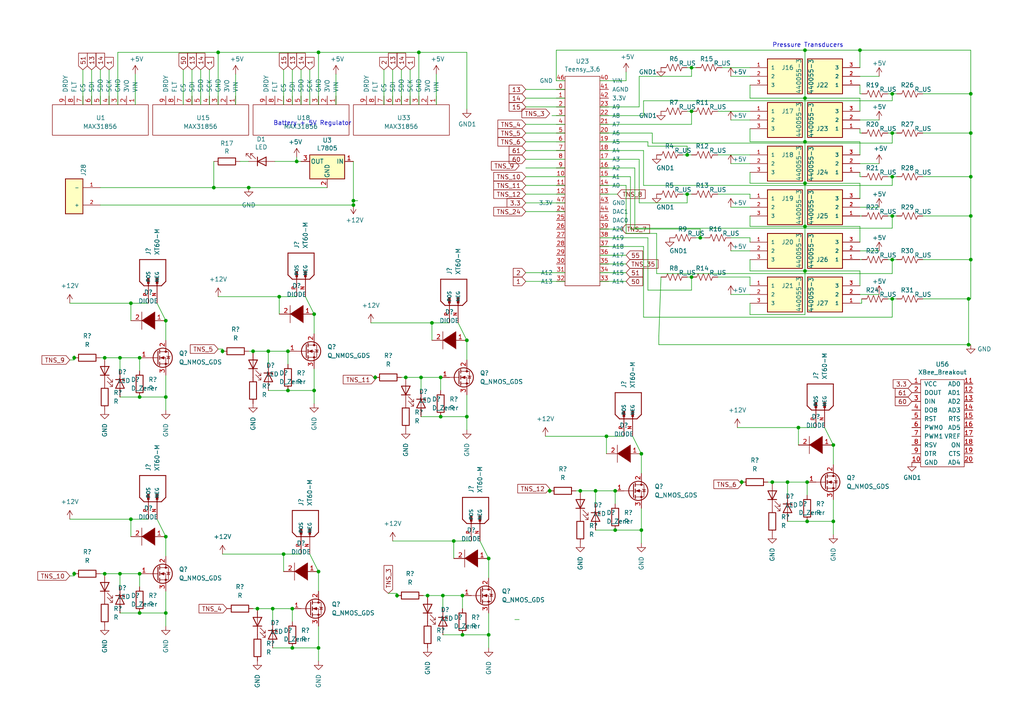
<source format=kicad_sch>
(kicad_sch (version 20211123) (generator eeschema)
  (paper "User" 298.094 210.795)
  (title_block (title "Flight Computer PCB") (date "2023-2-20") (company "Project Caelus") (comment 1 "Author: Oliver Wang"))
  (junction (at 282.575 38.735))
  (junction (at 135.89 99.06))
  (junction (at 234.315 78.867))
  (junction (at 122.555 109.855))
  (junction (at 224.79 140.335))
  (junction (at 203.835 69.215))
  (junction (at 38.1 151.13))
  (junction (at 201.295 32.385))
  (junction (at 242.57 129.54))
  (junction (at 118.11 109.855))
  (junction (at 134.62 173.355))
  (junction (at 40.64 104.14))
  (junction (at 48.26 156.21))
  (junction (at 81.28 86.36))
  (junction (at 259.715 75.565))
  (junction (at 179.07 142.875))
  (junction (at 242.57 151.765))
  (junction (at 92.71 15.24))
  (junction (at 40.64 178.435))
  (junction (at 176.53 127))
  (junction (at 160.02 142.875))
  (junction (at 102.87 59.69))
  (junction (at 234.315 53.34))
  (junction (at 124.46 173.355))
  (junction (at 83.82 102.235))
  (junction (at 62.23 54.61))
  (junction (at 92.71 166.37))
  (junction (at 282.575 75.565))
  (junction (at 142.24 184.785))
  (junction (at 21.59 167.005))
  (junction (at 281.94 100.33))
  (junction (at 83.82 113.665))
  (junction (at 21.59 104.14))
  (junction (at 40.64 167.005))
  (junction (at 91.44 113.665))
  (junction (at 234.315 65.913))
  (junction (at 281.94 86.995))
  (junction (at 186.69 132.08))
  (junction (at 115.57 173.355))
  (junction (at 168.91 142.875))
  (junction (at 38.1 88.265))
  (junction (at 73.66 102.235))
  (junction (at 102.87 58.42))
  (junction (at 48.26 115.57))
  (junction (at 85.09 177.165))
  (junction (at 78.105 102.235))
  (junction (at 135.89 121.285))
  (junction (at 234.315 28.575))
  (junction (at 92.71 188.595))
  (junction (at 109.22 109.855))
  (junction (at 63.5 15.24))
  (junction (at 234.95 140.335))
  (junction (at 282.575 51.435))
  (junction (at 250.317 14.605))
  (junction (at 200.025 56.515))
  (junction (at 259.715 62.865))
  (junction (at 259.715 51.435))
  (junction (at 132.08 157.48))
  (junction (at 259.715 86.995))
  (junction (at 79.375 177.165))
  (junction (at 128.27 121.285))
  (junction (at 72.39 54.61))
  (junction (at 282.575 62.865))
  (junction (at 30.48 167.005))
  (junction (at 142.24 162.56))
  (junction (at 121.92 15.24))
  (junction (at 125.73 93.98))
  (junction (at 85.09 188.595))
  (junction (at 74.93 177.165))
  (junction (at 82.55 161.29))
  (junction (at 86.36 46.99))
  (junction (at 128.27 109.855))
  (junction (at 179.07 154.305))
  (junction (at 91.44 91.44))
  (junction (at 173.355 142.875))
  (junction (at 259.715 38.735))
  (junction (at 201.295 19.685))
  (junction (at 200.025 45.085))
  (junction (at 128.905 173.355))
  (junction (at 229.235 140.335))
  (junction (at 48.26 178.435))
  (junction (at 30.48 104.14))
  (junction (at 34.925 167.005))
  (junction (at 282.575 27.305))
  (junction (at 64.77 102.235))
  (junction (at 48.26 93.345))
  (junction (at 259.715 27.305))
  (junction (at 234.315 14.605))
  (junction (at 232.41 124.46))
  (junction (at 34.925 104.14))
  (junction (at 234.95 151.765))
  (junction (at 186.69 154.305))
  (junction (at 201.295 80.645))
  (junction (at 40.64 115.57))
  (junction (at 215.9 140.335))
  (junction (at 134.62 184.785))
  (junction (at 234.315 41.275))
  (wire (pts (xy 215.9 140.335) (xy 215.9 140.97)))
  (wire (pts (xy 200.025 80.645) (xy 201.295 80.645)))
  (wire (pts (xy 258.445 62.865) (xy 259.715 62.865)))
  (wire (pts (xy 198.755 45.085) (xy 200.025 45.085)))
  (wire (pts (xy 38.1 151.13) (xy 20.32 151.13)))
  (wire (pts (xy 29.21 54.61) (xy 62.23 54.61)))
  (wire (pts (xy 201.295 19.685) (xy 200.025 19.685)))
  (wire (pts (xy 259.715 38.735) (xy 260.985 38.735)))
  (wire (pts (xy 200.025 59.055) (xy 200.025 56.515)))
  (wire (pts (xy 48.26 178.435) (xy 48.26 182.245)))
  (wire (pts (xy 26.67 20.32) (xy 26.67 30.48)))
  (wire (pts (xy 218.313 69.215) (xy 218.313 70.485)))
  (wire (pts (xy 116.84 20.32) (xy 116.84 30.48)))
  (wire (pts (xy 187.325 53.975) (xy 259.715 53.975)))
  (wire (pts (xy 153.035 26.035) (xy 164.465 26.035)))
  (wire (pts (xy 259.715 29.337) (xy 259.715 27.305)))
  (wire (pts (xy 29.21 104.14) (xy 30.48 104.14)))
  (wire (pts (xy 102.87 58.42) (xy 102.87 59.69)))
  (wire (pts (xy 259.715 75.565) (xy 260.985 75.565)))
  (wire (pts (xy 182.245 53.975) (xy 174.625 53.975)))
  (wire (pts (xy 82.55 20.32) (xy 82.55 30.48)))
  (wire (pts (xy 191.77 100.33) (xy 281.94 100.33)))
  (wire (pts (xy 123.19 173.355) (xy 124.46 173.355)))
  (wire (pts (xy 234.315 78.867) (xy 250.317 78.867)))
  (wire (pts (xy 234.315 28.575) (xy 218.313 28.575)))
  (wire (pts (xy 191.135 79.629) (xy 259.715 79.629)))
  (wire (pts (xy 160.655 33.655) (xy 164.465 33.655)))
  (wire (pts (xy 153.035 81.915) (xy 164.465 81.915)))
  (wire (pts (xy 187.325 29.337) (xy 187.325 33.655)))
  (wire (pts (xy 62.23 46.99) (xy 62.23 54.61)))
  (wire (pts (xy 268.605 38.735) (xy 282.575 38.735)))
  (wire (pts (xy 78.105 113.665) (xy 83.82 113.665)))
  (wire (pts (xy 186.055 22.225) (xy 186.055 31.115)))
  (wire (pts (xy 201.295 22.225) (xy 186.055 22.225)))
  (wire (pts (xy 115.57 173.355) (xy 115.57 173.99)))
  (wire (pts (xy 208.915 32.385) (xy 218.313 32.385)))
  (wire (pts (xy 282.575 51.435) (xy 282.575 62.865)))
  (wire (pts (xy 53.34 20.32) (xy 53.34 30.48)))
  (wire (pts (xy 29.21 59.69) (xy 102.87 59.69)))
  (wire (pts (xy 122.555 121.285) (xy 128.27 121.285)))
  (wire (pts (xy 48.26 99.06) (xy 48.26 93.345)))
  (wire (pts (xy 184.785 48.895) (xy 184.785 66.421)))
  (wire (pts (xy 188.595 69.215) (xy 188.595 84.455)))
  (wire (pts (xy 200.025 45.085) (xy 201.295 45.085)))
  (wire (pts (xy 164.465 56.515) (xy 153.035 56.515)))
  (wire (pts (xy 164.465 36.195) (xy 153.035 36.195)))
  (wire (pts (xy 201.295 32.385) (xy 201.295 36.195)))
  (wire (pts (xy 73.66 177.165) (xy 74.93 177.165)))
  (wire (pts (xy 218.313 80.645) (xy 218.313 83.185)))
  (wire (pts (xy 20.32 167.64) (xy 21.59 167.64)))
  (wire (pts (xy 92.71 30.48) (xy 92.71 15.24)))
  (wire (pts (xy 81.28 86.36) (xy 63.5 86.36)))
  (wire (pts (xy 174.625 36.195) (xy 201.295 36.195)))
  (wire (pts (xy 63.5 30.48) (xy 63.5 15.24)))
  (wire (pts (xy 179.07 154.305) (xy 186.69 154.305)))
  (wire (pts (xy 258.445 51.435) (xy 259.715 51.435)))
  (wire (pts (xy 135.89 114.935) (xy 135.89 121.285)))
  (wire (pts (xy 250.317 70.485) (xy 250.317 65.913)))
  (wire (pts (xy 119.38 20.32) (xy 119.38 30.48)))
  (wire (pts (xy 259.715 66.421) (xy 184.785 66.421)))
  (wire (pts (xy 79.375 188.595) (xy 85.09 188.595)))
  (wire (pts (xy 234.315 41.275) (xy 234.315 53.34)))
  (wire (pts (xy 167.64 142.875) (xy 168.91 142.875)))
  (wire (pts (xy 268.605 86.995) (xy 281.94 86.995)))
  (wire (pts (xy 153.035 48.895) (xy 164.465 48.895)))
  (wire (pts (xy 21.59 103.505) (xy 21.59 104.14)))
  (wire (pts (xy 259.715 86.995) (xy 259.715 92.329)))
  (wire (pts (xy 173.355 142.875) (xy 179.07 142.875)))
  (wire (pts (xy 255.905 73.025) (xy 250.317 73.025)))
  (wire (pts (xy 135.89 15.24) (xy 135.89 31.75)))
  (wire (pts (xy 186.055 31.115) (xy 174.625 31.115)))
  (wire (pts (xy 128.905 184.785) (xy 134.62 184.785)))
  (wire (pts (xy 223.52 140.335) (xy 224.79 140.335)))
  (wire (pts (xy 174.625 23.495) (xy 182.245 23.495)))
  (wire (pts (xy 189.865 38.735) (xy 174.625 38.735)))
  (wire (pts (xy 132.08 157.48) (xy 132.08 162.56)))
  (wire (pts (xy 142.24 168.275) (xy 142.24 162.56)))
  (wire (pts (xy 186.69 154.305) (xy 186.69 158.115)))
  (wire (pts (xy 87.63 46.99) (xy 86.36 46.99)))
  (wire (pts (xy 212.725 73.025) (xy 218.313 73.025)))
  (wire (pts (xy 182.245 67.945) (xy 182.245 53.975)))
  (wire (pts (xy 234.95 151.765) (xy 242.57 151.765)))
  (wire (pts (xy 191.135 67.945) (xy 191.135 79.629)))
  (wire (pts (xy 187.325 29.337) (xy 259.715 29.337)))
  (wire (pts (xy 34.925 104.14) (xy 34.925 107.95)))
  (wire (pts (xy 250.825 86.995) (xy 250.825 88.265)))
  (wire (pts (xy 153.035 31.115) (xy 164.465 31.115)))
  (wire (pts (xy 92.71 172.085) (xy 92.71 166.37)))
  (wire (pts (xy 81.28 86.36) (xy 81.28 91.44)))
  (wire (pts (xy 229.235 140.335) (xy 234.95 140.335)))
  (wire (pts (xy 153.035 28.575) (xy 164.465 28.575)))
  (wire (pts (xy 85.09 177.165) (xy 85.09 180.975)))
  (wire (pts (xy 179.07 142.875) (xy 179.07 146.685)))
  (wire (pts (xy 183.515 66.675) (xy 183.515 51.435)))
  (wire (pts (xy 72.39 46.99) (xy 69.85 46.99)))
  (wire (pts (xy 85.09 20.32) (xy 85.09 30.48)))
  (wire (pts (xy 188.595 84.455) (xy 201.295 84.455)))
  (wire (pts (xy 182.245 79.375) (xy 174.625 79.375)))
  (wire (pts (xy 161.925 23.495) (xy 161.925 14.605)))
  (wire (pts (xy 182.245 67.945) (xy 191.135 67.945)))
  (wire (pts (xy 92.71 166.37) (xy 90.17 161.29)))
  (wire (pts (xy 128.27 109.855) (xy 128.27 113.665)))
  (wire (pts (xy 153.035 53.975) (xy 164.465 53.975)))
  (wire (pts (xy 121.92 30.48) (xy 121.92 15.24)))
  (wire (pts (xy 48.26 156.21) (xy 45.72 151.13)))
  (wire (pts (xy 109.22 109.22) (xy 109.22 109.855)))
  (wire (pts (xy 250.317 19.685) (xy 250.317 14.605)))
  (wire (pts (xy 34.925 167.005) (xy 34.925 170.815)))
  (wire (pts (xy 80.01 46.99) (xy 86.36 46.99)))
  (wire (pts (xy 186.69 137.795) (xy 186.69 132.08)))
  (wire (pts (xy 30.48 167.005) (xy 34.925 167.005)))
  (wire (pts (xy 142.24 162.56) (xy 139.7 157.48)))
  (wire (pts (xy 202.565 19.685) (xy 201.295 19.685)))
  (wire (pts (xy 132.08 157.48) (xy 114.3 157.48)))
  (wire (pts (xy 63.5 101.6) (xy 64.77 101.6)))
  (wire (pts (xy 68.58 21.59) (xy 68.58 30.48)))
  (wire (pts (xy 113.03 172.72) (xy 115.57 172.72)))
  (wire (pts (xy 234.315 14.605) (xy 250.317 14.605)))
  (wire (pts (xy 212.725 47.625) (xy 218.313 47.625)))
  (wire (pts (xy 250.317 38.735) (xy 250.825 38.735)))
  (wire (pts (xy 242.57 129.54) (xy 240.03 124.46)))
  (wire (pts (xy 188.595 69.215) (xy 174.625 69.215)))
  (wire (pts (xy 128.27 121.285) (xy 135.89 121.285)))
  (wire (pts (xy 218.313 65.913) (xy 234.315 65.913)))
  (wire (pts (xy 79.375 177.165) (xy 85.09 177.165)))
  (wire (pts (xy 29.21 20.32) (xy 29.21 30.48)))
  (wire (pts (xy 259.715 51.435) (xy 260.985 51.435)))
  (wire (pts (xy 118.11 109.855) (xy 122.555 109.855)))
  (wire (pts (xy 24.13 20.32) (xy 24.13 30.48)))
  (wire (pts (xy 78.105 102.235) (xy 83.82 102.235)))
  (wire (pts (xy 250.317 75.565) (xy 250.825 75.565)))
  (wire (pts (xy 250.317 51.435) (xy 250.825 51.435)))
  (wire (pts (xy 242.57 145.415) (xy 242.57 151.765)))
  (wire (pts (xy 212.725 85.725) (xy 218.313 85.725)))
  (wire (pts (xy 55.88 20.32) (xy 55.88 30.48)))
  (wire (pts (xy 121.92 15.24) (xy 135.89 15.24)))
  (wire (pts (xy 40.64 178.435) (xy 48.26 178.435)))
  (wire (pts (xy 74.93 177.165) (xy 79.375 177.165)))
  (wire (pts (xy 250.317 85.725) (xy 255.905 85.725)))
  (wire (pts (xy 60.96 20.32) (xy 60.96 30.48)))
  (wire (pts (xy 43.18 151.13) (xy 38.1 151.13)))
  (wire (pts (xy 142.24 178.435) (xy 142.24 184.785)))
  (wire (pts (xy 234.315 41.275) (xy 250.317 41.275)))
  (wire (pts (xy 215.9 139.7) (xy 215.9 140.335)))
  (wire (pts (xy 201.295 56.515) (xy 200.025 56.515)))
  (wire (pts (xy 134.62 184.785) (xy 142.24 184.785)))
  (wire (pts (xy 250.317 27.305) (xy 250.825 27.305)))
  (wire (pts (xy 208.915 80.645) (xy 218.313 80.645)))
  (wire (pts (xy 237.49 124.46) (xy 232.41 124.46)))
  (wire (pts (xy 186.69 132.08) (xy 184.15 127)))
  (wire (pts (xy 72.39 54.61) (xy 95.25 54.61)))
  (wire (pts (xy 208.915 56.515) (xy 218.313 56.515)))
  (wire (pts (xy 86.36 45.72) (xy 86.36 46.99)))
  (wire (pts (xy 182.245 76.835) (xy 174.625 76.835)))
  (wire (pts (xy 153.035 61.595) (xy 164.465 61.595)))
  (wire (pts (xy 259.715 86.995) (xy 260.985 86.995)))
  (wire (pts (xy 187.325 43.815) (xy 174.625 43.815)))
  (wire (pts (xy 58.42 20.32) (xy 58.42 30.48)))
  (wire (pts (xy 186.055 46.355) (xy 174.625 46.355)))
  (wire (pts (xy 122.555 109.855) (xy 122.555 113.665)))
  (wire (pts (xy 63.5 15.24) (xy 92.71 15.24)))
  (wire (pts (xy 268.605 51.435) (xy 282.575 51.435)))
  (wire (pts (xy 234.315 65.913) (xy 234.315 78.867)))
  (wire (pts (xy 259.715 62.865) (xy 259.715 66.421)))
  (wire (pts (xy 92.71 182.245) (xy 92.71 188.595)))
  (wire (pts (xy 186.055 59.055) (xy 200.025 59.055)))
  (wire (pts (xy 48.26 172.085) (xy 48.26 178.435)))
  (wire (pts (xy 40.64 104.14) (xy 40.64 107.95)))
  (wire (pts (xy 187.325 71.755) (xy 174.625 71.755)))
  (wire (pts (xy 250.317 41.275) (xy 250.317 45.085)))
  (wire (pts (xy 48.26 93.345) (xy 45.72 88.265)))
  (wire (pts (xy 125.73 93.98) (xy 107.95 93.98)))
  (wire (pts (xy 102.87 46.99) (xy 102.87 58.42)))
  (wire (pts (xy 250.317 28.575) (xy 250.317 32.385)))
  (wire (pts (xy 242.57 135.255) (xy 242.57 129.54)))
  (wire (pts (xy 250.317 37.465) (xy 250.317 38.735)))
  (wire (pts (xy 200.025 45.085) (xy 200.025 42.545)))
  (wire (pts (xy 282.575 62.865) (xy 282.575 75.565)))
  (wire (pts (xy 72.39 102.235) (xy 73.66 102.235)))
  (wire (pts (xy 38.1 151.13) (xy 38.1 156.21)))
  (wire (pts (xy 218.313 53.34) (xy 234.315 53.34)))
  (wire (pts (xy 48.26 109.22) (xy 48.26 115.57)))
  (wire (pts (xy 242.57 151.765) (xy 242.57 155.575)))
  (wire (pts (xy 191.77 97.79) (xy 191.77 100.33)))
  (wire (pts (xy 142.24 184.785) (xy 142.24 188.595)))
  (wire (pts (xy 250.317 34.925) (xy 255.905 34.925)))
  (wire (pts (xy 200.025 42.545) (xy 188.595 42.545)))
  (wire (pts (xy 168.91 142.875) (xy 173.355 142.875)))
  (wire (pts (xy 258.445 86.995) (xy 259.715 86.995)))
  (wire (pts (xy 39.37 21.59) (xy 39.37 30.48)))
  (wire (pts (xy 21.59 167.005) (xy 21.59 167.64)))
  (wire (pts (xy 135.89 99.06) (xy 133.35 93.98)))
  (wire (pts (xy 161.925 14.605) (xy 234.315 14.605)))
  (wire (pts (xy 218.313 53.34) (xy 218.313 50.165)))
  (wire (pts (xy 164.465 23.495) (xy 161.925 23.495)))
  (wire (pts (xy 201.295 84.455) (xy 201.295 80.645)))
  (wire (pts (xy 164.465 46.355) (xy 153.035 46.355)))
  (wire (pts (xy 218.313 45.085) (xy 208.915 45.085)))
  (wire (pts (xy 63.5 15.24) (xy 34.29 15.24)))
  (wire (pts (xy 218.313 28.575) (xy 218.313 24.765)))
  (wire (pts (xy 218.313 91.567) (xy 234.315 91.567)))
  (wire (pts (xy 258.445 75.565) (xy 259.715 75.565)))
  (wire (pts (xy 268.605 27.305) (xy 282.575 27.305)))
  (wire (pts (xy 78.105 102.235) (xy 78.105 106.045)))
  (wire (pts (xy 281.94 86.995) (xy 282.575 86.995)))
  (wire (pts (xy 125.73 93.98) (xy 125.73 99.06)))
  (wire (pts (xy 229.235 151.765) (xy 234.95 151.765)))
  (wire (pts (xy 97.79 21.59) (xy 97.79 30.48)))
  (wire (pts (xy 234.315 53.34) (xy 250.317 53.34)))
  (wire (pts (xy 64.77 102.87) (xy 64.77 102.235)))
  (wire (pts (xy 180.975 66.675) (xy 174.625 66.675)))
  (wire (pts (xy 86.36 86.36) (xy 81.28 86.36)))
  (wire (pts (xy 187.325 53.975) (xy 187.325 43.815)))
  (wire (pts (xy 153.035 79.375) (xy 164.465 79.375)))
  (wire (pts (xy 38.1 88.265) (xy 20.32 88.265)))
  (wire (pts (xy 234.315 41.275) (xy 218.313 41.275)))
  (wire (pts (xy 176.53 127) (xy 158.75 127)))
  (wire (pts (xy 91.44 91.44) (xy 88.9 86.36)))
  (wire (pts (xy 200.025 56.515) (xy 198.755 56.515)))
  (wire (pts (xy 234.315 28.575) (xy 250.317 28.575)))
  (wire (pts (xy 268.605 62.865) (xy 282.575 62.865)))
  (wire (pts (xy 43.18 88.265) (xy 38.1 88.265)))
  (wire (pts (xy 232.41 124.46) (xy 214.63 124.46)))
  (wire (pts (xy 182.245 74.295) (xy 174.625 74.295)))
  (wire (pts (xy 164.465 59.055) (xy 153.035 59.055)))
  (wire (pts (xy 91.44 113.665) (xy 91.44 117.475)))
  (wire (pts (xy 258.445 27.305) (xy 259.715 27.305)))
  (wire (pts (xy 218.313 60.325) (xy 212.725 60.325)))
  (wire (pts (xy 34.925 167.005) (xy 40.64 167.005)))
  (wire (pts (xy 115.57 172.72) (xy 115.57 173.355)))
  (wire (pts (xy 234.315 28.575) (xy 234.315 41.275)))
  (wire (pts (xy 281.94 100.33) (xy 282.575 100.33)))
  (wire (pts (xy 255.905 47.625) (xy 250.317 47.625)))
  (wire (pts (xy 184.785 48.895) (xy 174.625 48.895)))
  (wire (pts (xy 135.89 121.285) (xy 135.89 125.095)))
  (wire (pts (xy 176.53 127) (xy 176.53 132.08)))
  (wire (pts (xy 282.575 27.305) (xy 282.575 38.735)))
  (wire (pts (xy 250.317 50.165) (xy 250.317 51.435)))
  (wire (pts (xy 21.59 166.37) (xy 21.59 167.005)))
  (wire (pts (xy 116.84 109.855) (xy 118.11 109.855)))
  (wire (pts (xy 40.64 115.57) (xy 48.26 115.57)))
  (wire (pts (xy 64.77 102.235) (xy 64.77 101.6)))
  (wire (pts (xy 87.63 161.29) (xy 82.55 161.29)))
  (wire (pts (xy 259.715 38.735) (xy 259.715 41.656)))
  (wire (pts (xy 137.16 157.48) (xy 132.08 157.48)))
  (wire (pts (xy 73.66 102.235) (xy 78.105 102.235)))
  (wire (pts (xy 186.69 147.955) (xy 186.69 154.305)))
  (wire (pts (xy 188.595 42.545) (xy 188.595 41.275)))
  (wire (pts (xy 234.315 78.867) (xy 234.315 91.567)))
  (wire (pts (xy 34.925 104.14) (xy 40.64 104.14)))
  (wire (pts (xy 134.62 173.355) (xy 134.62 177.165)))
  (wire (pts (xy 151.13 180.34) (xy 149.86 180.34)))
  (wire (pts (xy 201.295 19.685) (xy 201.295 22.225)))
  (wire (pts (xy 234.315 14.605) (xy 234.315 28.575)))
  (wire (pts (xy 82.55 161.29) (xy 64.77 161.29)))
  (wire (pts (xy 114.3 20.32) (xy 114.3 30.48)))
  (wire (pts (xy 259.715 53.975) (xy 259.715 51.435)))
  (wire (pts (xy 212.725 34.925) (xy 218.313 34.925)))
  (wire (pts (xy 218.313 78.867) (xy 234.315 78.867)))
  (wire (pts (xy 232.41 124.46) (xy 232.41 129.54)))
  (wire (pts (xy 179.705 56.515) (xy 174.625 56.515)))
  (wire (pts (xy 234.315 65.913) (xy 250.317 65.913)))
  (wire (pts (xy 250.317 14.605) (xy 282.575 14.605)))
  (wire (pts (xy 48.26 115.57) (xy 48.26 119.38)))
  (wire (pts (xy 128.905 173.355) (xy 128.905 177.165)))
  (wire (pts (xy 250.317 53.34) (xy 250.317 57.785)))
  (wire (pts (xy 38.1 88.265) (xy 38.1 93.345)))
  (wire (pts (xy 250.825 88.265) (xy 250.317 88.265)))
  (wire (pts (xy 250.317 22.225) (xy 255.905 22.225)))
  (wire (pts (xy 203.835 66.675) (xy 183.515 66.675)))
  (wire (pts (xy 83.82 113.665) (xy 91.44 113.665)))
  (wire (pts (xy 109.22 109.855) (xy 109.22 110.49)))
  (wire (pts (xy 218.313 78.867) (xy 218.313 75.565)))
  (wire (pts (xy 122.555 109.855) (xy 128.27 109.855)))
  (wire (pts (xy 173.355 142.875) (xy 173.355 146.685)))
  (wire (pts (xy 21.59 104.14) (xy 21.59 104.775)))
  (wire (pts (xy 85.09 188.595) (xy 92.71 188.595)))
  (wire (pts (xy 111.76 20.32) (xy 111.76 30.48)))
  (wire (pts (xy 218.313 56.515) (xy 218.313 57.785)))
  (wire (pts (xy 29.21 167.005) (xy 30.48 167.005)))
  (wire (pts (xy 92.71 15.24) (xy 121.92 15.24)))
  (wire (pts (xy 234.95 140.335) (xy 234.95 144.145)))
  (wire (pts (xy 181.61 127) (xy 176.53 127)))
  (wire (pts (xy 83.82 102.235) (xy 83.82 106.045)))
  (wire (pts (xy 203.835 69.215) (xy 205.105 69.215)))
  (wire (pts (xy 135.89 104.775) (xy 135.89 99.06)))
  (wire (pts (xy 255.905 60.325) (xy 250.317 60.325)))
  (wire (pts (xy 160.02 142.875) (xy 160.02 143.51)))
  (wire (pts (xy 183.515 51.435) (xy 174.625 51.435)))
  (wire (pts (xy 34.29 15.24) (xy 34.29 30.48)))
  (wire (pts (xy 282.575 14.605) (xy 282.575 27.305)))
  (wire (pts (xy 218.313 19.685) (xy 210.185 19.685)))
  (wire (pts (xy 62.23 54.61) (xy 72.39 54.61)))
  (wire (pts (xy 182.245 23.495) (xy 182.245 20.955)))
  (wire (pts (xy 282.575 38.735) (xy 282.575 51.435)))
  (wire (pts (xy 182.245 81.915) (xy 174.625 81.915)))
  (wire (pts (xy 218.313 65.913) (xy 218.313 62.865)))
  (wire (pts (xy 92.71 188.595) (xy 92.71 192.405)))
  (wire (pts (xy 188.595 41.275) (xy 174.625 41.275)))
  (wire (pts (xy 173.355 154.305) (xy 179.07 154.305)))
  (wire (pts (xy 282.575 75.565) (xy 282.575 86.995)))
  (wire (pts (xy 259.715 27.305) (xy 260.985 27.305)))
  (wire (pts (xy 130.81 93.98) (xy 125.73 93.98)))
  (wire (pts (xy 164.465 41.275) (xy 153.035 41.275)))
  (wire (pts (xy 187.325 71.755) (xy 187.325 92.329)))
  (wire (pts (xy 229.235 140.335) (xy 229.235 144.145)))
  (wire (pts (xy 124.46 173.355) (xy 128.905 173.355)))
  (wire (pts (xy 20.32 104.775) (xy 21.59 104.775)))
  (wire (pts (xy 79.375 177.165) (xy 79.375 180.975)))
  (wire (pts (xy 160.02 142.24) (xy 160.02 142.875)))
  (wire (pts (xy 259.715 75.565) (xy 259.715 79.629)))
  (wire (pts (xy 202.565 69.215) (xy 203.835 69.215)))
  (wire (pts (xy 212.725 69.215) (xy 218.313 69.215)))
  (wire (pts (xy 82.55 161.29) (xy 82.55 166.37)))
  (wire (pts (xy 224.79 140.335) (xy 229.235 140.335)))
  (wire (pts (xy 31.75 20.32) (xy 31.75 30.48)))
  (wire (pts (xy 258.445 38.735) (xy 259.715 38.735)))
  (wire (pts (xy 191.77 97.79) (xy 192.405 80.645)))
  (wire (pts (xy 91.44 97.155) (xy 91.44 91.44)))
  (wire (pts (xy 104.14 58.42) (xy 102.87 58.42)))
  (wire (pts (xy 212.725 22.225) (xy 218.313 22.225)))
  (wire (pts (xy 250.317 62.865) (xy 250.825 62.865)))
  (wire (pts (xy 164.465 51.435) (xy 153.035 51.435)))
  (wire (pts (xy 259.715 62.865) (xy 260.985 62.865)))
  (wire (pts (xy 186.055 46.355) (xy 186.055 59.055)))
  (wire (pts (xy 250.317 78.867) (xy 250.317 83.185)))
  (wire (pts (xy 234.315 53.34) (xy 234.315 65.913)))
  (wire (pts (xy 189.865 41.656) (xy 259.715 41.656)))
  (wire (pts (xy 203.835 69.215) (xy 203.835 66.675)))
  (wire (pts (xy 281.94 86.995) (xy 281.94 100.33)))
  (wire (pts (xy 128.905 173.355) (xy 134.62 173.355)))
  (wire (pts (xy 34.925 115.57) (xy 40.64 115.57)))
  (wire (pts (xy 189.865 38.735) (xy 189.865 41.656)))
  (wire (pts (xy 30.48 104.14) (xy 34.925 104.14)))
  (wire (pts (xy 91.44 107.315) (xy 91.44 113.665)))
  (wire (pts (xy 187.325 33.655) (xy 174.625 33.655)))
  (wire (pts (xy 48.26 161.925) (xy 48.26 156.21)))
  (wire (pts (xy 90.17 20.32) (xy 90.17 30.48)))
  (wire (pts (xy 40.64 167.005) (xy 40.64 170.815)))
  (wire (pts (xy 201.295 32.385) (xy 200.025 32.385)))
  (wire (pts (xy 218.313 91.567) (xy 218.313 88.265)))
  (wire (pts (xy 218.313 41.275) (xy 218.313 37.465)))
  (wire (pts (xy 268.605 75.565) (xy 282.575 75.565)))
  (wire (pts (xy 153.035 38.735) (xy 164.465 38.735)))
  (wire (pts (xy 153.035 43.815) (xy 164.465 43.815)))
  (wire (pts (xy 187.325 92.329) (xy 259.715 92.329)))
  (wire (pts (xy 250.317 24.765) (xy 250.317 27.305)))
  (wire (pts (xy 127 21.59) (xy 127 30.48)))
  (wire (pts (xy 34.925 178.435) (xy 40.64 178.435)))
  (wire (pts (xy 87.63 20.32) (xy 87.63 30.48)))
  (text "Battery + 5V Regulator" (at 102.362 36.703 180) (effects (font (size 1.27 1.27)) (justify right bottom)))
  (text "Pressure Transducers" (at 224.79 13.97 0) (effects (font (size 1.27 1.27)) (justify left bottom)))
  (global_label "50" (shape input) (at 182.245 81.915 0) (property "Intersheet References" "${INTERSHEET_REFS}" (effects hide)))
  (global_label "14" (shape input) (at 153.035 28.575 180) (property "Intersheet References" "${INTERSHEET_REFS}" (effects hide)))
  (global_label "TNS_10" (shape input) (at 153.035 51.435 180) (property "Intersheet References" "${INTERSHEET_REFS}" (effects hide)))
  (global_label "1" (shape input) (at 60.96 20.32 90) (property "Intersheet References" "${INTERSHEET_REFS}" (effects hide)))
  (global_label "TNS_9" (shape input) (at 20.32 104.775 180) (property "Intersheet References" "${INTERSHEET_REFS}" (effects hide)))
  (global_label "1" (shape input) (at 90.17 20.32 90) (property "Intersheet References" "${INTERSHEET_REFS}" (effects hide)))
  (global_label "14" (shape input) (at 87.63 20.32 90) (property "Intersheet References" "${INTERSHEET_REFS}" (effects hide)))
  (global_label "14" (shape input) (at 29.21 20.32 90) (property "Intersheet References" "${INTERSHEET_REFS}" (effects hide)))
  (global_label "TNS_4" (shape input) (at 153.035 36.195 180) (property "Intersheet References" "${INTERSHEET_REFS}" (effects hide)))
  (global_label "15" (shape input) (at 153.035 31.115 180) (property "Intersheet References" "${INTERSHEET_REFS}" (effects hide)))
  (global_label "TNS_5" (shape input) (at 63.5 101.6 180) (property "Intersheet References" "${INTERSHEET_REFS}" (effects hide)))
  (global_label "1" (shape input) (at 119.38 20.32 90) (property "Intersheet References" "${INTERSHEET_REFS}" (effects hide)))
  (global_label "13" (shape input) (at 85.09 20.32 90) (property "Intersheet References" "${INTERSHEET_REFS}" (effects hide)))
  (global_label "50" (shape input) (at 53.34 20.32 90) (property "Intersheet References" "${INTERSHEET_REFS}" (effects hide)))
  (global_label "TNS_7" (shape input) (at 180.975 66.675 0) (property "Intersheet References" "${INTERSHEET_REFS}" (effects hide)))
  (global_label "61" (shape input) (at 153.035 43.815 180) (property "Intersheet References" "${INTERSHEET_REFS}" (effects hide)))
  (global_label "TNS_12" (shape input) (at 160.02 142.24 180) (property "Intersheet References" "${INTERSHEET_REFS}" (effects hide)))
  (global_label "13" (shape input) (at 153.035 26.035 180) (property "Intersheet References" "${INTERSHEET_REFS}" (effects hide)))
  (global_label "60" (shape input) (at 265.43 116.84 180) (property "Intersheet References" "${INTERSHEET_REFS}" (effects hide)))
  (global_label "3.3" (shape input) (at 265.43 111.76 180) (property "Intersheet References" "${INTERSHEET_REFS}" (effects hide)))
  (global_label "TNS_9" (shape input) (at 151.13 48.26 180) (property "Intersheet References" "${INTERSHEET_REFS}" (effects hide)))
  (global_label "13" (shape input) (at 114.3 20.32 90) (property "Intersheet References" "${INTERSHEET_REFS}" (effects hide)))
  (global_label "14" (shape input) (at 116.84 20.32 90) (property "Intersheet References" "${INTERSHEET_REFS}" (effects hide)))
  (global_label "1" (shape input) (at 31.75 20.32 90) (property "Intersheet References" "${INTERSHEET_REFS}" (effects hide)))
  (global_label "TNS_5" (shape input) (at 153.035 38.735 180) (property "Intersheet References" "${INTERSHEET_REFS}" (effects hide)))
  (global_label "TNS_3" (shape input) (at 160.02 33.02 180) (property "Intersheet References" "${INTERSHEET_REFS}" (effects hide)))
  (global_label "TNS_8" (shape input) (at 179.705 56.515 0) (property "Intersheet References" "${INTERSHEET_REFS}" (effects hide)))
  (global_label "3.3" (shape input) (at 153.035 59.055 180) (property "Intersheet References" "${INTERSHEET_REFS}" (effects hide)))
  (global_label "TNS_10" (shape input) (at 20.32 167.64 180) (property "Intersheet References" "${INTERSHEET_REFS}" (effects hide)))
  (global_label "61" (shape input) (at 265.43 114.3 180) (property "Intersheet References" "${INTERSHEET_REFS}" (effects hide)))
  (global_label "55" (shape input) (at 182.245 74.295 0) (property "Intersheet References" "${INTERSHEET_REFS}" (effects hide)))
  (global_label "51" (shape input) (at 24.13 20.32 90) (property "Intersheet References" "${INTERSHEET_REFS}" (effects hide)))
  (global_label "2" (shape input) (at 111.76 20.32 90) (property "Intersheet References" "${INTERSHEET_REFS}" (effects hide)))
  (global_label "1" (shape input) (at 153.035 81.915 180) (property "Intersheet References" "${INTERSHEET_REFS}" (effects hide)))
  (global_label "TNS_3" (shape input) (at 113.03 172.72 90) (property "Intersheet References" "${INTERSHEET_REFS}" (effects hide)))
  (global_label "14" (shape input) (at 58.42 20.32 90) (property "Intersheet References" "${INTERSHEET_REFS}" (effects hide)))
  (global_label "60" (shape input) (at 153.035 46.355 180) (property "Intersheet References" "${INTERSHEET_REFS}" (effects hide)))
  (global_label "15" (shape input) (at 82.55 20.32 90) (property "Intersheet References" "${INTERSHEET_REFS}" (effects hide)))
  (global_label "13" (shape input) (at 26.67 20.32 90) (property "Intersheet References" "${INTERSHEET_REFS}" (effects hide)))
  (global_label "TNS_24" (shape input) (at 153.035 61.595 180) (property "Intersheet References" "${INTERSHEET_REFS}" (effects hide)))
  (global_label "TNS_12" (shape input) (at 153.035 56.515 180) (property "Intersheet References" "${INTERSHEET_REFS}" (effects hide)))
  (global_label "TNS_11" (shape input) (at 153.035 53.975 180) (property "Intersheet References" "${INTERSHEET_REFS}" (effects hide)))
  (global_label "2" (shape input) (at 153.035 79.375 180) (property "Intersheet References" "${INTERSHEET_REFS}" (effects hide)))
  (global_label "TNS_6" (shape input) (at 153.035 41.275 180) (property "Intersheet References" "${INTERSHEET_REFS}" (effects hide)))
  (global_label "TNS_35" (shape input) (at 182.245 76.835 0) (property "Intersheet References" "${INTERSHEET_REFS}" (effects hide)))
  (global_label "TNS_11" (shape input) (at 109.22 110.49 180) (property "Intersheet References" "${INTERSHEET_REFS}" (effects hide)))
  (global_label "TNS_4" (shape input) (at 66.04 177.165 180) (property "Intersheet References" "${INTERSHEET_REFS}" (effects hide)))
  (global_label "13" (shape input) (at 55.88 20.32 90) (property "Intersheet References" "${INTERSHEET_REFS}" (effects hide)))
  (global_label "51" (shape input) (at 182.245 79.375 0) (property "Intersheet References" "${INTERSHEET_REFS}" (effects hide)))
  (global_label "TNS_6" (shape input) (at 215.9 140.97 180) (property "Intersheet References" "${INTERSHEET_REFS}" (effects hide)))
  (symbol (lib_id "CaelusPCB-rescue:L7805-Regulator_Linear-CaelusPCB-rescue-CaelusPCB-rescue-CaelusPCB-rescue") (at 95.25 46.99 0) (mirror y) (unit 1)
    (property "Reference" "U3" (at 95.25 40.8432 0))
    (property "Value" "L7805" (at 95.25 43.1546 0))
    (property "Footprint" "Package_TO_SOT_THT:TO-220-3_Horizontal_TabDown" (effects hide))
    (property "Datasheet" "http://www.st.com/content/ccc/resource/technical/document/datasheet/41/4f/b3/b0/12/d4/47/88/CD00000444.pdf/files/CD00000444.pdf/jcr:content/translations/en.CD00000444.pdf" (effects hide))
  )
  (symbol (lib_id "CaelusPCB-rescue:+5V-power-CaelusPCB-rescue-CaelusPCB-rescue-CaelusPCB-rescue") (at 86.36 45.72 0) (mirror y) (unit 1)
    (property "Reference" "#PWR012" (effects hide))
    (property "Value" "+5V" (at 85.979 41.3258 0))
  )
  (symbol (lib_id "CaelusPCB-rescue:+5V-power-CaelusPCB-rescue-CaelusPCB-rescue-CaelusPCB-rescue") (at 182.245 20.955 0) (unit 1)
    (property "Reference" "#PWR027" (effects hide))
    (property "Value" "+5V" (at 182.626 16.5608 0))
  )
  (symbol (lib_id "CaelusPCB-rescue:+5V-power-CaelusPCB-rescue-CaelusPCB-rescue-CaelusPCB-rescue") (at 212.725 22.225 0) (unit 1)
    (property "Reference" "#PWR030" (effects hide))
    (property "Value" "+5V" (at 215.265 20.955 0))
  )
  (symbol (lib_id "CaelusPCB-rescue:+5V-power-CaelusPCB-rescue-CaelusPCB-rescue-CaelusPCB-rescue") (at 255.905 22.225 0) (unit 1)
    (property "Reference" "#PWR042" (effects hide))
    (property "Value" "+5V" (at 255.905 18.415 0))
  )
  (symbol (lib_id "CaelusPCB-rescue:+5V-power-CaelusPCB-rescue-CaelusPCB-rescue-CaelusPCB-rescue") (at 255.905 34.925 0) (unit 1)
    (property "Reference" "#PWR043" (effects hide))
    (property "Value" "+5V" (at 255.905 31.115 0))
  )
  (symbol (lib_id "CaelusPCB-rescue:+5V-power-CaelusPCB-rescue-CaelusPCB-rescue-CaelusPCB-rescue") (at 212.725 34.925 0) (unit 1)
    (property "Reference" "#PWR031" (effects hide))
    (property "Value" "+5V" (at 215.265 33.655 0))
  )
  (symbol (lib_id "CaelusPCB-rescue:+5V-power-CaelusPCB-rescue-CaelusPCB-rescue-CaelusPCB-rescue") (at 212.725 47.625 0) (unit 1)
    (property "Reference" "#PWR032" (effects hide))
    (property "Value" "+5V" (at 215.265 46.355 0))
  )
  (symbol (lib_id "CaelusPCB-rescue:+5V-power-CaelusPCB-rescue-CaelusPCB-rescue-CaelusPCB-rescue") (at 212.725 60.325 0) (unit 1)
    (property "Reference" "#PWR033" (effects hide))
    (property "Value" "+5V" (at 215.265 59.055 0))
  )
  (symbol (lib_id "CaelusPCB-rescue:+5V-power-CaelusPCB-rescue-CaelusPCB-rescue-CaelusPCB-rescue") (at 212.725 73.025 0) (unit 1)
    (property "Reference" "#PWR034" (effects hide))
    (property "Value" "+5V" (at 215.265 71.755 0))
  )
  (symbol (lib_id "CaelusPCB-rescue:+5V-power-CaelusPCB-rescue-CaelusPCB-rescue-CaelusPCB-rescue") (at 212.725 85.725 0) (unit 1)
    (property "Reference" "#PWR035" (effects hide))
    (property "Value" "+5V" (at 215.265 84.455 0))
  )
  (symbol (lib_id "CaelusPCB-rescue:+5V-power-CaelusPCB-rescue-CaelusPCB-rescue-CaelusPCB-rescue") (at 255.905 47.625 0) (unit 1)
    (property "Reference" "#PWR044" (effects hide))
    (property "Value" "+5V" (at 256.286 43.2308 0))
  )
  (symbol (lib_id "CaelusPCB-rescue:+5V-power-CaelusPCB-rescue-CaelusPCB-rescue-CaelusPCB-rescue") (at 255.905 60.325 0) (unit 1)
    (property "Reference" "#PWR045" (effects hide))
    (property "Value" "+5V" (at 255.905 56.515 0))
  )
  (symbol (lib_id "CaelusPCB-rescue:+5V-power-CaelusPCB-rescue-CaelusPCB-rescue-CaelusPCB-rescue") (at 255.905 73.025 0) (unit 1)
    (property "Reference" "#PWR046" (effects hide))
    (property "Value" "+5V" (at 255.905 69.215 0))
  )
  (symbol (lib_id "CaelusPCB-rescue:+5V-power-CaelusPCB-rescue-CaelusPCB-rescue-CaelusPCB-rescue") (at 255.905 85.725 0) (unit 1)
    (property "Reference" "#PWR047" (effects hide))
    (property "Value" "+5V" (at 255.905 81.915 0))
  )
  (symbol (lib_id "Device:R_US") (at 206.375 19.685 90) (unit 1)
    (property "Reference" "R15" (at 207.645 17.145 90) (effects (justify left)))
    (property "Value" "R_US" (at 212.725 18.415 90) (effects (justify left)))
    (property "Footprint" "Resistor_THT:R_Axial_DIN0309_L9.0mm_D3.2mm_P12.70mm_Horizontal" (effects hide))
  )
  (symbol (lib_id "Device:R_US") (at 196.215 19.685 90) (unit 1)
    (property "Reference" "R6" (at 197.485 17.145 90) (effects (justify left)))
    (property "Value" "R_US" (at 202.565 18.415 90) (effects (justify left)))
    (property "Footprint" "Resistor_THT:R_Axial_DIN0309_L9.0mm_D3.2mm_P12.70mm_Horizontal" (effects hide))
  )
  (symbol (lib_id "CaelusPCB-rescue:GND1-power-CaelusPCB-rescue-CaelusPCB-rescue-CaelusPCB-rescue") (at 192.405 19.685 0) (unit 1)
    (property "Reference" "#PWR091" (effects hide))
    (property "Value" "GND1" (at 188.595 20.955 0))
  )
  (symbol (lib_id "Device:R_US") (at 205.105 32.385 90) (unit 1)
    (property "Reference" "R11" (at 206.375 29.845 90) (effects (justify left)))
    (property "Value" "R_US" (at 211.455 31.115 90) (effects (justify left)))
    (property "Footprint" "Resistor_THT:R_Axial_DIN0309_L9.0mm_D3.2mm_P12.70mm_Horizontal" (effects hide))
  )
  (symbol (lib_id "Device:R_US") (at 196.215 32.385 90) (unit 1)
    (property "Reference" "R7" (at 197.485 29.845 90) (effects (justify left)))
    (property "Value" "R_US" (at 202.565 31.115 90) (effects (justify left)))
    (property "Footprint" "Resistor_THT:R_Axial_DIN0309_L9.0mm_D3.2mm_P12.70mm_Horizontal" (effects hide))
  )
  (symbol (lib_id "CaelusPCB-rescue:GND1-power-CaelusPCB-rescue-CaelusPCB-rescue-CaelusPCB-rescue") (at 192.405 32.385 0) (unit 1)
    (property "Reference" "#PWR092" (effects hide))
    (property "Value" "GND1" (at 188.595 33.655 0))
  )
  (symbol (lib_id "Device:R_US") (at 205.105 45.085 90) (unit 1)
    (property "Reference" "R12" (at 206.375 42.545 90) (effects (justify left)))
    (property "Value" "R_US" (at 211.455 43.815 90) (effects (justify left)))
    (property "Footprint" "Resistor_THT:R_Axial_DIN0309_L9.0mm_D3.2mm_P12.70mm_Horizontal" (effects hide))
  )
  (symbol (lib_id "Device:R_US") (at 194.945 45.085 90) (unit 1)
    (property "Reference" "R4" (at 196.215 42.545 90) (effects (justify left)))
    (property "Value" "R_US" (at 201.295 43.815 90) (effects (justify left)))
    (property "Footprint" "Resistor_THT:R_Axial_DIN0309_L9.0mm_D3.2mm_P12.70mm_Horizontal" (effects hide))
  )
  (symbol (lib_id "CaelusPCB-rescue:GND1-power-CaelusPCB-rescue-CaelusPCB-rescue-CaelusPCB-rescue") (at 191.135 45.085 0) (unit 1)
    (property "Reference" "#PWR049" (effects hide))
    (property "Value" "GND1" (at 193.675 48.895 0))
  )
  (symbol (lib_id "Device:R_US") (at 205.105 56.515 90) (unit 1)
    (property "Reference" "R13" (at 206.375 53.975 90) (effects (justify left)))
    (property "Value" "R_US" (at 211.455 55.245 90) (effects (justify left)))
    (property "Footprint" "Resistor_THT:R_Axial_DIN0309_L9.0mm_D3.2mm_P12.70mm_Horizontal" (effects hide))
  )
  (symbol (lib_id "CaelusPCB-rescue:GND1-power-CaelusPCB-rescue-CaelusPCB-rescue-CaelusPCB-rescue") (at 265.43 134.62 0) (unit 1)
    (property "Reference" "#PWR083" (effects hide))
    (property "Value" "GND1" (at 265.557 139.0142 0))
  )
  (symbol (lib_id "Device:R_US") (at 194.945 56.515 90) (unit 1)
    (property "Reference" "R5" (at 196.215 53.975 90) (effects (justify left)))
    (property "Value" "R_US" (at 201.295 55.245 90) (effects (justify left)))
    (property "Footprint" "Resistor_THT:R_Axial_DIN0309_L9.0mm_D3.2mm_P12.70mm_Horizontal" (effects hide))
  )
  (symbol (lib_id "CaelusPCB-rescue:GND1-power-CaelusPCB-rescue-CaelusPCB-rescue-CaelusPCB-rescue") (at 191.135 56.515 0) (unit 1)
    (property "Reference" "#PWR090" (effects hide))
    (property "Value" "GND1" (at 193.675 60.325 0))
  )
  (symbol (lib_id "Device:R_US") (at 198.755 69.215 90) (unit 1)
    (property "Reference" "R9" (at 200.025 66.675 90) (effects (justify left)))
    (property "Value" "R_US" (at 205.105 67.945 90) (effects (justify left)))
    (property "Footprint" "Resistor_THT:R_Axial_DIN0309_L9.0mm_D3.2mm_P12.70mm_Horizontal" (effects hide))
  )
  (symbol (lib_id "Device:R_US") (at 208.915 69.215 90) (unit 1)
    (property "Reference" "R16" (at 210.185 66.675 90) (effects (justify left)))
    (property "Value" "R_US" (at 215.265 67.945 90) (effects (justify left)))
    (property "Footprint" "Resistor_THT:R_Axial_DIN0309_L9.0mm_D3.2mm_P12.70mm_Horizontal" (effects hide))
  )
  (symbol (lib_id "CaelusPCB-rescue:Teensy3.6-Launchbox_Symbols-CaelusPCB-rescue-CaelusPCB-rescue-CaelusPCB-rescue") (at 169.545 56.515 270) (unit 1)
    (property "Reference" "U23" (at 169.545 17.8562 90))
    (property "Value" "Teensy_3.6" (at 169.545 20.1676 90))
    (property "Footprint" "Launchbox:Teensy_3.6" (effects hide))
  )
  (symbol (lib_id "CaelusPCB-rescue:GND1-power-CaelusPCB-rescue-CaelusPCB-rescue-CaelusPCB-rescue") (at 194.945 69.215 0) (unit 1)
    (property "Reference" "#PWR094" (effects hide))
    (property "Value" "GND1" (at 197.485 73.025 0))
  )
  (symbol (lib_id "Device:R_US") (at 205.105 80.645 90) (unit 1)
    (property "Reference" "R14" (at 206.375 78.105 90) (effects (justify left)))
    (property "Value" "R_US" (at 211.455 79.375 90) (effects (justify left)))
    (property "Footprint" "Resistor_THT:R_Axial_DIN0309_L9.0mm_D3.2mm_P12.70mm_Horizontal" (effects hide))
  )
  (symbol (lib_id "Device:R_US") (at 196.215 80.645 90) (unit 1)
    (property "Reference" "R8" (at 197.485 78.105 90) (effects (justify left)))
    (property "Value" "R_US" (at 202.565 79.375 90) (effects (justify left)))
    (property "Footprint" "Resistor_THT:R_Axial_DIN0309_L9.0mm_D3.2mm_P12.70mm_Horizontal" (effects hide))
  )
  (symbol (lib_id "Device:R_US") (at 254.635 27.305 90) (unit 1)
    (property "Reference" "R19" (at 255.905 24.765 90) (effects (justify left)))
    (property "Value" "R_US" (at 260.985 26.035 90) (effects (justify left)))
    (property "Footprint" "Resistor_THT:R_Axial_DIN0309_L9.0mm_D3.2mm_P12.70mm_Horizontal" (effects hide))
  )
  (symbol (lib_id "Device:R_US") (at 264.795 27.305 90) (unit 1)
    (property "Reference" "R26" (at 266.065 24.765 90) (effects (justify left)))
    (property "Value" "R_US" (at 271.145 26.035 90) (effects (justify left)))
    (property "Footprint" "Resistor_THT:R_Axial_DIN0309_L9.0mm_D3.2mm_P12.70mm_Horizontal" (effects hide))
  )
  (symbol (lib_id "CaelusPCB-rescue:MAX31856-Launchbox-CaelusPCB-rescue-CaelusPCB-rescue-CaelusPCB-rescue") (at 116.84 30.48 180) (unit 1)
    (property "Reference" "U33" (at 115.57 34.29 0) (effects (justify right)))
    (property "Value" "MAX31856" (at 111.76 36.83 0) (effects (justify right)))
    (property "Footprint" "Launchbox:MAX31856" (effects hide))
  )
  (symbol (lib_id "CaelusPCB-rescue:MAX31856-Launchbox-CaelusPCB-rescue-CaelusPCB-rescue-CaelusPCB-rescue") (at 87.63 30.48 180) (unit 1)
    (property "Reference" "U18" (at 86.36 34.29 0) (effects (justify right)))
    (property "Value" "MAX31856" (at 82.55 36.83 0) (effects (justify right)))
    (property "Footprint" "Launchbox:MAX31856" (effects hide))
  )
  (symbol (lib_id "CaelusPCB-rescue:MAX31856-Launchbox-CaelusPCB-rescue-CaelusPCB-rescue-CaelusPCB-rescue") (at 58.42 30.48 180) (unit 1)
    (property "Reference" "U15" (at 57.15 34.29 0) (effects (justify right)))
    (property "Value" "MAX31856" (at 53.34 36.83 0) (effects (justify right)))
    (property "Footprint" "Launchbox:MAX31856" (effects hide))
  )
  (symbol (lib_id "CaelusPCB-rescue:+5V-power-CaelusPCB-rescue-CaelusPCB-rescue-CaelusPCB-rescue") (at 127 21.59 0) (unit 1)
    (property "Reference" "#PWR057" (effects hide))
    (property "Value" "+5V" (at 127.381 17.1958 0))
  )
  (symbol (lib_id "CaelusPCB-rescue:+5V-power-CaelusPCB-rescue-CaelusPCB-rescue-CaelusPCB-rescue") (at 97.79 21.59 0) (unit 1)
    (property "Reference" "#PWR036" (effects hide))
    (property "Value" "+5V" (at 98.171 17.1958 0))
  )
  (symbol (lib_id "CaelusPCB-rescue:+5V-power-CaelusPCB-rescue-CaelusPCB-rescue-CaelusPCB-rescue") (at 68.58 21.59 0) (unit 1)
    (property "Reference" "#PWR016" (effects hide))
    (property "Value" "+5V" (at 68.961 17.1958 0))
  )
  (symbol (lib_id "CaelusPCB-rescue:GND1-power-CaelusPCB-rescue-CaelusPCB-rescue-CaelusPCB-rescue") (at 135.89 31.75 0) (unit 1)
    (property "Reference" "#PWR062" (effects hide))
    (property "Value" "GND1" (at 136.017 36.1442 0))
  )
  (symbol (lib_id "Device:R_US") (at 254.635 38.735 90) (unit 1)
    (property "Reference" "R20" (at 255.905 36.195 90) (effects (justify left)))
    (property "Value" "R_US" (at 260.985 37.465 90) (effects (justify left)))
    (property "Footprint" "Resistor_THT:R_Axial_DIN0309_L9.0mm_D3.2mm_P12.70mm_Horizontal" (effects hide))
  )
  (symbol (lib_id "Device:R_US") (at 264.795 38.735 90) (unit 1)
    (property "Reference" "R27" (at 266.065 36.195 90) (effects (justify left)))
    (property "Value" "R_US" (at 271.145 37.465 90) (effects (justify left)))
    (property "Footprint" "Resistor_THT:R_Axial_DIN0309_L9.0mm_D3.2mm_P12.70mm_Horizontal" (effects hide))
  )
  (symbol (lib_id "Device:R_US") (at 254.635 51.435 90) (unit 1)
    (property "Reference" "R21" (at 255.905 48.895 90) (effects (justify left)))
    (property "Value" "R_US" (at 260.985 50.165 90) (effects (justify left)))
    (property "Footprint" "Resistor_THT:R_Axial_DIN0309_L9.0mm_D3.2mm_P12.70mm_Horizontal" (effects hide))
  )
  (symbol (lib_id "Device:R_US") (at 264.795 51.435 90) (unit 1)
    (property "Reference" "R28" (at 266.065 48.895 90) (effects (justify left)))
    (property "Value" "R_US" (at 271.145 50.165 90) (effects (justify left)))
    (property "Footprint" "Resistor_THT:R_Axial_DIN0309_L9.0mm_D3.2mm_P12.70mm_Horizontal" (effects hide))
  )
  (symbol (lib_id "CaelusPCB-rescue:XBee_Breakout-CaelusPCB-rescue-CaelusPCB-rescue-CaelusPCB-rescue") (at 274.32 123.19 0) (unit 1)
    (property "Reference" "U56" (at 274.32 106.045 0))
    (property "Value" "XBee_Breakout" (at 274.32 108.3564 0))
    (property "Footprint" "Launchbox:Xbee_Breakout" (effects hide))
  )
  (symbol (lib_id "Device:R_US") (at 254.635 62.865 90) (unit 1)
    (property "Reference" "R22" (at 255.905 60.325 90) (effects (justify left)))
    (property "Value" "R_US" (at 260.985 61.595 90) (effects (justify left)))
    (property "Footprint" "Resistor_THT:R_Axial_DIN0309_L9.0mm_D3.2mm_P12.70mm_Horizontal" (effects hide))
  )
  (symbol (lib_id "Device:R_US") (at 264.795 62.865 90) (unit 1)
    (property "Reference" "R29" (at 266.065 60.325 90) (effects (justify left)))
    (property "Value" "R_US" (at 271.145 61.595 90) (effects (justify left)))
    (property "Footprint" "Resistor_THT:R_Axial_DIN0309_L9.0mm_D3.2mm_P12.70mm_Horizontal" (effects hide))
  )
  (symbol (lib_id "CaelusPCB-rescue:MAX31856-Launchbox-CaelusPCB-rescue-CaelusPCB-rescue-CaelusPCB-rescue") (at 29.21 30.48 180) (unit 1)
    (property "Reference" "U1" (at 27.94 34.29 0) (effects (justify right)))
    (property "Value" "MAX31856" (at 24.13 36.83 0) (effects (justify right)))
    (property "Footprint" "Launchbox:MAX31856" (effects hide))
  )
  (symbol (lib_id "CaelusPCB-rescue:+5V-power-CaelusPCB-rescue-CaelusPCB-rescue-CaelusPCB-rescue") (at 39.37 21.59 0) (unit 1)
    (property "Reference" "#PWR010" (effects hide))
    (property "Value" "+5V" (at 39.751 17.1958 0))
  )
  (symbol (lib_id "Device:R_US") (at 254.635 75.565 90) (unit 1)
    (property "Reference" "R23" (at 255.905 73.025 90) (effects (justify left)))
    (property "Value" "R_US" (at 260.985 74.295 90) (effects (justify left)))
    (property "Footprint" "Resistor_THT:R_Axial_DIN0309_L9.0mm_D3.2mm_P12.70mm_Horizontal" (effects hide))
  )
  (symbol (lib_id "Device:R_US") (at 264.795 75.565 90) (unit 1)
    (property "Reference" "R30" (at 266.065 73.025 90) (effects (justify left)))
    (property "Value" "R_US" (at 271.145 74.295 90) (effects (justify left)))
    (property "Footprint" "Resistor_THT:R_Axial_DIN0309_L9.0mm_D3.2mm_P12.70mm_Horizontal" (effects hide))
  )
  (symbol (lib_id "Device:R_US") (at 254.635 86.995 90) (unit 1)
    (property "Reference" "R24" (at 255.905 84.455 90) (effects (justify left)))
    (property "Value" "R_US" (at 260.985 85.725 90) (effects (justify left)))
    (property "Footprint" "Resistor_THT:R_Axial_DIN0309_L9.0mm_D3.2mm_P12.70mm_Horizontal" (effects hide))
  )
  (symbol (lib_id "Device:R_US") (at 264.795 86.995 90) (unit 1)
    (property "Reference" "R31" (at 266.065 84.455 90) (effects (justify left)))
    (property "Value" "R_US" (at 271.145 85.725 90) (effects (justify left)))
    (property "Footprint" "Resistor_THT:R_Axial_DIN0309_L9.0mm_D3.2mm_P12.70mm_Horizontal" (effects hide))
  )
  (symbol (lib_id "Device:LED") (at 76.2 46.99 0) (mirror x) (unit 1)
    (property "Reference" "D1" (at 76.0222 40.513 0))
    (property "Value" "LED" (at 76.0222 42.8244 0))
    (property "Footprint" "LED_THT:LED_D5.0mm" (effects hide))
  )
  (symbol (lib_id "Device:R") (at 66.04 46.99 90) (mirror x) (unit 1)
    (property "Reference" "R17" (at 66.04 41.7322 90))
    (property "Value" "R" (at 66.04 44.0436 90))
    (property "Footprint" "Resistor_THT:R_Axial_DIN0309_L9.0mm_D3.2mm_P12.70mm_Horizontal" (effects hide))
  )
  (symbol (lib_id "CaelusPCB-rescue:440055-3-Launchbox-CaelusPCB-rescue-CaelusPCB-rescue") (at 228.473 22.225 0) (unit 1)
    (property "Reference" "J16" (at 227.457 19.685 0) (effects (justify left)))
    (property "Value" "440055-3" (at 232.537 27.305 90) (effects (justify left)))
    (property "Footprint" "Launchbox:Crimp_Header" (effects hide))
  )
  (symbol (lib_id "CaelusPCB-cache:CaelusPCB-rescue_XT60-M-CaelusPCB") (at 21.59 57.15 0) (mirror y) (unit 1)
    (property "Reference" "J28" (at 24.3078 51.308 90) (effects (justify left)))
    (property "Value" "CaelusPCB-rescue_XT60-M-CaelusPCB" (effects hide))
    (property "Footprint" "Launchbox:AMASS_XT60-M" (effects hide))
    (property "MANUFACTURER" "AMASS" (effects hide))
    (property "PARTREV" "1.2" (effects hide))
    (property "STANDARD" "IPC-7251" (effects hide))
  )
  (symbol (lib_id "CaelusPCB-rescue:440055-3-Launchbox-CaelusPCB-rescue-CaelusPCB-rescue") (at 228.473 34.925 0) (unit 1)
    (property "Reference" "J17" (at 227.457 32.385 0) (effects (justify left)))
    (property "Value" "440055-3" (at 232.537 40.005 90) (effects (justify left)))
    (property "Footprint" "Launchbox:Crimp_Header" (effects hide))
  )
  (symbol (lib_id "CaelusPCB-rescue:440055-3-Launchbox-CaelusPCB-rescue-CaelusPCB-rescue") (at 228.473 47.625 0) (unit 1)
    (property "Reference" "J18" (at 227.457 45.085 0) (effects (justify left)))
    (property "Value" "440055-3" (at 232.537 52.705 90) (effects (justify left)))
    (property "Footprint" "Launchbox:Crimp_Header" (effects hide))
  )
  (symbol (lib_id "CaelusPCB-rescue:440055-3-Launchbox-CaelusPCB-rescue-CaelusPCB-rescue") (at 228.473 60.325 0) (unit 1)
    (property "Reference" "J19" (at 227.457 57.785 0) (effects (justify left)))
    (property "Value" "440055-3" (at 232.537 65.405 90) (effects (justify left)))
    (property "Footprint" "Launchbox:Crimp_Header" (effects hide))
  )
  (symbol (lib_id "CaelusPCB-rescue:440055-3-Launchbox-CaelusPCB-rescue-CaelusPCB-rescue") (at 228.473 73.025 0) (unit 1)
    (property "Reference" "J20" (at 227.457 70.485 0) (effects (justify left)))
    (property "Value" "440055-3" (at 232.537 78.105 90) (effects (justify left)))
    (property "Footprint" "Launchbox:Crimp_Header" (effects hide))
  )
  (symbol (lib_id "CaelusPCB-rescue:440055-3-Launchbox-CaelusPCB-rescue-CaelusPCB-rescue") (at 228.473 85.725 0) (unit 1)
    (property "Reference" "J21" (at 227.457 83.185 0) (effects (justify left)))
    (property "Value" "440055-3" (at 232.537 90.805 90) (effects (justify left)))
    (property "Footprint" "Launchbox:Crimp_Header" (effects hide))
  )
  (symbol (lib_id "CaelusPCB-rescue:440055-3-Launchbox-CaelusPCB-rescue-CaelusPCB-rescue") (at 240.157 85.725 180) (unit 1)
    (property "Reference" "J27" (at 241.173 88.265 0) (effects (justify left)))
    (property "Value" "440055-3" (at 236.093 80.645 90) (effects (justify left)))
    (property "Footprint" "Launchbox:Crimp_Header" (effects hide))
  )
  (symbol (lib_id "CaelusPCB-rescue:440055-3-Launchbox-CaelusPCB-rescue-CaelusPCB-rescue") (at 240.157 73.025 180) (unit 1)
    (property "Reference" "J26" (at 241.173 75.565 0) (effects (justify left)))
    (property "Value" "440055-3" (at 236.093 67.945 90) (effects (justify left)))
    (property "Footprint" "Launchbox:Crimp_Header" (effects hide))
  )
  (symbol (lib_id "CaelusPCB-rescue:440055-3-Launchbox-CaelusPCB-rescue-CaelusPCB-rescue") (at 240.157 60.325 180) (unit 1)
    (property "Reference" "J25" (at 241.173 62.865 0) (effects (justify left)))
    (property "Value" "440055-3" (at 236.093 55.245 90) (effects (justify left)))
    (property "Footprint" "Launchbox:Crimp_Header" (effects hide))
  )
  (symbol (lib_id "CaelusPCB-rescue:440055-3-Launchbox-CaelusPCB-rescue-CaelusPCB-rescue") (at 240.157 47.625 180) (unit 1)
    (property "Reference" "J24" (at 241.173 50.165 0) (effects (justify left)))
    (property "Value" "440055-3" (at 236.093 42.545 90) (effects (justify left)))
    (property "Footprint" "Launchbox:Crimp_Header" (effects hide))
  )
  (symbol (lib_id "CaelusPCB-rescue:440055-3-Launchbox-CaelusPCB-rescue-CaelusPCB-rescue") (at 240.157 34.925 180) (unit 1)
    (property "Reference" "J23" (at 241.173 37.465 0) (effects (justify left)))
    (property "Value" "440055-3" (at 236.093 29.845 90) (effects (justify left)))
    (property "Footprint" "Launchbox:Crimp_Header" (effects hide))
  )
  (symbol (lib_id "CaelusPCB-rescue:440055-3-Launchbox-CaelusPCB-rescue-CaelusPCB-rescue") (at 240.157 22.225 180) (unit 1)
    (property "Reference" "J22" (at 241.173 24.765 0) (effects (justify left)))
    (property "Value" "440055-3" (at 236.093 17.145 90) (effects (justify left)))
    (property "Footprint" "Launchbox:Crimp_Header" (effects hide))
  )
  (symbol (lib_id "power:+12V") (at 102.87 59.69 0) (mirror x) (unit 1)
    (property "Reference" "#PWR0133" (effects hide))
    (property "Value" "+12V" (at 103.251 64.0842 0))
  )
  (symbol (lib_id "Device:R") (at 40.64 111.76 180) (unit 1)
    (property "Reference" "R?" (at 43.18 110.4899 0) (effects (justify right)))
    (property "Value" "R" (at 43.18 113.0299 0) (effects (justify right)))
  )
  (symbol (lib_id "pspice:DIODE") (at 86.36 91.44 180) (unit 1)
    (property "Reference" "D?" (at 86.36 83.185 0))
    (property "Value" "DIODE" (at 86.36 85.725 0))
  )
  (symbol (lib_id "power:GND") (at 30.48 182.245 0) (unit 1)
    (property "Reference" "#PWR?" (effects hide))
    (property "Value" "GND" (at 30.4801 186.055 90) (effects (justify right)))
  )
  (symbol (lib_id "Device:R") (at 85.09 184.785 180) (unit 1)
    (property "Reference" "R?" (at 87.63 183.5149 0) (effects (justify right)))
    (property "Value" "R" (at 87.63 186.0549 0) (effects (justify right)))
  )
  (symbol (lib_id "power:GND") (at 48.26 119.38 0) (unit 1)
    (property "Reference" "#PWR?" (effects hide))
    (property "Value" "GND" (at 48.2601 123.19 90) (effects (justify right)))
  )
  (symbol (lib_id "power:GND") (at 168.91 158.115 0) (unit 1)
    (property "Reference" "#PWR?" (effects hide))
    (property "Value" "GND" (at 168.9101 161.925 90) (effects (justify right)))
  )
  (symbol (lib_id "power:GND") (at 135.89 125.095 0) (unit 1)
    (property "Reference" "#PWR?" (effects hide))
    (property "Value" "GND" (at 135.8901 128.905 90) (effects (justify right)))
  )
  (symbol (lib_id "Device:Q_NMOS_GDS") (at 184.15 142.875 0) (unit 1)
    (property "Reference" "Q?" (at 190.5 141.6049 0) (effects (justify left)))
    (property "Value" "Q_NMOS_GDS" (at 190.5 144.1449 0) (effects (justify left)))
    (property "Footprint" "Package_TO_SOT_THT:TO-220-3_Vertical" (effects hide))
  )
  (symbol (lib_id "Device:D_Zener") (at 79.375 184.785 270) (unit 1)
    (property "Reference" "D?" (at 82.55 183.5149 90) (effects (justify left)))
    (property "Value" "D_Zener" (at 82.55 186.0549 90) (effects (justify left)))
  )
  (symbol (lib_id "Device:R") (at 118.11 121.285 0) (unit 1)
    (property "Reference" "R?" (at 120.65 120.0149 0) (effects (justify left)))
    (property "Value" "R" (at 120.65 122.5549 0) (effects (justify left)))
  )
  (symbol (lib_id "XT_60M:XT60-M") (at 45.72 83.185 90) (unit 1)
    (property "Reference" "J?" (at 43.1799 74.295 0) (effects (justify left)))
    (property "Value" "XT60-M" (at 45.7199 74.295 0) (effects (justify left)))
    (property "Footprint" "AMASS_XT60-M" (effects hide))
    (property "MAXIMUM_PACKAGE_HEIGHT" "16.00 mm" (effects hide))
    (property "MANUFACTURER" "AMASS" (effects hide))
    (property "PARTREV" "V1.2" (effects hide))
    (property "STANDARD" "IPC 7351B" (effects hide))
  )
  (symbol (lib_id "Device:R") (at 25.4 167.005 90) (unit 1)
    (property "Reference" "R?" (at 25.4 160.655 90))
    (property "Value" "R" (at 25.4 163.195 90))
  )
  (symbol (lib_id "power:GND") (at 242.57 155.575 0) (unit 1)
    (property "Reference" "#PWR?" (effects hide))
    (property "Value" "GND" (at 242.5701 159.385 90) (effects (justify right)))
  )
  (symbol (lib_id "pspice:DIODE") (at 43.18 93.345 180) (unit 1)
    (property "Reference" "D?" (at 43.18 85.09 0))
    (property "Value" "DIODE" (at 43.18 87.63 0))
  )
  (symbol (lib_id "Device:LED") (at 124.46 177.165 90) (unit 1)
    (property "Reference" "D?" (at 128.27 177.4824 90) (effects (justify right)))
    (property "Value" "LED" (at 128.27 180.0224 90) (effects (justify right)))
  )
  (symbol (lib_id "Device:D_Zener") (at 34.925 111.76 270) (unit 1)
    (property "Reference" "D?" (at 38.1 110.4899 90) (effects (justify left)))
    (property "Value" "D_Zener" (at 38.1 113.0299 90) (effects (justify left)))
  )
  (symbol (lib_id "Device:R") (at 234.95 147.955 180) (unit 1)
    (property "Reference" "R?" (at 237.49 146.6849 0) (effects (justify right)))
    (property "Value" "R" (at 237.49 149.2249 0) (effects (justify right)))
  )
  (symbol (lib_id "power:GND") (at 30.48 119.38 0) (unit 1)
    (property "Reference" "#PWR?" (effects hide))
    (property "Value" "GND" (at 30.4801 123.19 90) (effects (justify right)))
  )
  (symbol (lib_id "Device:LED") (at 30.48 170.815 90) (unit 1)
    (property "Reference" "D?" (at 34.29 171.1324 90) (effects (justify right)))
    (property "Value" "LED" (at 34.29 173.6724 90) (effects (justify right)))
  )
  (symbol (lib_id "pspice:DIODE") (at 87.63 166.37 180) (unit 1)
    (property "Reference" "D?" (at 87.63 158.115 0))
    (property "Value" "DIODE" (at 87.63 160.655 0))
  )
  (symbol (lib_id "power:+12V") (at 114.3 157.48 0) (unit 1)
    (property "Reference" "#PWR?" (effects hide))
    (property "Value" "+12V" (at 114.3 152.4 0))
  )
  (symbol (lib_id "power:+12V") (at 214.63 124.46 0) (unit 1)
    (property "Reference" "#PWR?" (effects hide))
    (property "Value" "+12V" (at 214.63 119.38 0))
  )
  (symbol (lib_id "power:+12V") (at 20.32 88.265 0) (unit 1)
    (property "Reference" "#PWR?" (effects hide))
    (property "Value" "+12V" (at 20.32 83.185 0))
  )
  (symbol (lib_id "Device:R") (at 113.03 109.855 90) (unit 1)
    (property "Reference" "R?" (at 113.03 103.505 90))
    (property "Value" "R" (at 113.03 106.045 90))
  )
  (symbol (lib_id "XT_60M:XT60-M") (at 139.7 152.4 90) (unit 1)
    (property "Reference" "J?" (at 137.1599 143.51 0) (effects (justify left)))
    (property "Value" "XT60-M" (at 139.6999 143.51 0) (effects (justify left)))
    (property "Footprint" "AMASS_XT60-M" (effects hide))
    (property "MAXIMUM_PACKAGE_HEIGHT" "16.00 mm" (effects hide))
    (property "MANUFACTURER" "AMASS" (effects hide))
    (property "PARTREV" "V1.2" (effects hide))
    (property "STANDARD" "IPC 7351B" (effects hide))
  )
  (symbol (lib_id "power:+12V") (at 20.32 151.13 0) (unit 1)
    (property "Reference" "#PWR?" (effects hide))
    (property "Value" "+12V" (at 20.32 146.05 0))
  )
  (symbol (lib_id "Device:R") (at 163.83 142.875 90) (unit 1)
    (property "Reference" "R?" (at 163.83 136.525 90))
    (property "Value" "R" (at 163.83 139.065 90))
  )
  (symbol (lib_id "XT_60M:XT60-M") (at 184.15 121.92 90) (unit 1)
    (property "Reference" "J?" (at 181.6099 113.03 0) (effects (justify left)))
    (property "Value" "XT60-M" (at 184.1499 113.03 0) (effects (justify left)))
    (property "Footprint" "AMASS_XT60-M" (effects hide))
    (property "MAXIMUM_PACKAGE_HEIGHT" "16.00 mm" (effects hide))
    (property "MANUFACTURER" "AMASS" (effects hide))
    (property "PARTREV" "V1.2" (effects hide))
    (property "STANDARD" "IPC 7351B" (effects hide))
  )
  (symbol (lib_id "Device:Q_NMOS_GDS") (at 88.9 102.235 0) (unit 1)
    (property "Reference" "Q?" (at 95.25 100.9649 0) (effects (justify left)))
    (property "Value" "Q_NMOS_GDS" (at 95.25 103.5049 0) (effects (justify left)))
    (property "Footprint" "Package_TO_SOT_THT:TO-220-3_Vertical" (effects hide))
  )
  (symbol (lib_id "Device:R") (at 30.48 115.57 0) (unit 1)
    (property "Reference" "R?" (at 33.02 114.2999 0) (effects (justify left)))
    (property "Value" "R" (at 33.02 116.8399 0) (effects (justify left)))
  )
  (symbol (lib_id "XT_60M:XT60-M") (at 133.35 88.9 90) (unit 1)
    (property "Reference" "J?" (at 130.8099 80.01 0) (effects (justify left)))
    (property "Value" "XT60-M" (at 133.3499 80.01 0) (effects (justify left)))
    (property "Footprint" "AMASS_XT60-M" (effects hide))
    (property "MAXIMUM_PACKAGE_HEIGHT" "16.00 mm" (effects hide))
    (property "MANUFACTURER" "AMASS" (effects hide))
    (property "PARTREV" "V1.2" (effects hide))
    (property "STANDARD" "IPC 7351B" (effects hide))
  )
  (symbol (lib_id "Device:R") (at 40.64 174.625 180) (unit 1)
    (property "Reference" "R?" (at 43.18 173.3549 0) (effects (justify right)))
    (property "Value" "R" (at 43.18 175.8949 0) (effects (justify right)))
  )
  (symbol (lib_id "XT_60M:XT60-M") (at 90.17 156.21 90) (unit 1)
    (property "Reference" "J?" (at 87.6299 147.32 0) (effects (justify left)))
    (property "Value" "XT60-M" (at 90.1699 147.32 0) (effects (justify left)))
    (property "Footprint" "AMASS_XT60-M" (effects hide))
    (property "MAXIMUM_PACKAGE_HEIGHT" "16.00 mm" (effects hide))
    (property "MANUFACTURER" "AMASS" (effects hide))
    (property "PARTREV" "V1.2" (effects hide))
    (property "STANDARD" "IPC 7351B" (effects hide))
  )
  (symbol (lib_id "Device:Q_NMOS_GDS") (at 133.35 109.855 0) (unit 1)
    (property "Reference" "Q?" (at 139.7 108.5849 0) (effects (justify left)))
    (property "Value" "Q_NMOS_GDS" (at 139.7 111.1249 0) (effects (justify left)))
    (property "Footprint" "Package_TO_SOT_THT:TO-220-3_Vertical" (effects hide))
  )
  (symbol (lib_id "pspice:DIODE") (at 43.18 156.21 180) (unit 1)
    (property "Reference" "D?" (at 43.18 147.955 0))
    (property "Value" "DIODE" (at 43.18 150.495 0))
  )
  (symbol (lib_id "Device:LED") (at 168.91 146.685 90) (unit 1)
    (property "Reference" "D?" (at 172.72 147.0024 90) (effects (justify right)))
    (property "Value" "LED" (at 172.72 149.5424 90) (effects (justify right)))
  )
  (symbol (lib_id "power:GND") (at 92.71 192.405 0) (unit 1)
    (property "Reference" "#PWR?" (effects hide))
    (property "Value" "GND" (at 92.7101 196.215 90) (effects (justify right)))
  )
  (symbol (lib_id "Device:LED") (at 118.11 113.665 90) (unit 1)
    (property "Reference" "D?" (at 121.92 113.9824 90) (effects (justify right)))
    (property "Value" "LED" (at 121.92 116.5224 90) (effects (justify right)))
  )
  (symbol (lib_id "XT_60M:XT60-M") (at 45.72 146.05 90) (unit 1)
    (property "Reference" "J?" (at 43.1799 137.16 0) (effects (justify left)))
    (property "Value" "XT60-M" (at 45.7199 137.16 0) (effects (justify left)))
    (property "Footprint" "AMASS_XT60-M" (effects hide))
    (property "MAXIMUM_PACKAGE_HEIGHT" "16.00 mm" (effects hide))
    (property "MANUFACTURER" "AMASS" (effects hide))
    (property "PARTREV" "V1.2" (effects hide))
    (property "STANDARD" "IPC 7351B" (effects hide))
  )
  (symbol (lib_id "pspice:DIODE") (at 137.16 162.56 180) (unit 1)
    (property "Reference" "D?" (at 137.16 154.305 0))
    (property "Value" "DIODE" (at 137.16 156.845 0))
  )
  (symbol (lib_id "power:+12V") (at 63.5 86.36 0) (unit 1)
    (property "Reference" "#PWR?" (effects hide))
    (property "Value" "+12V" (at 63.5 81.28 0))
  )
  (symbol (lib_id "Device:R") (at 30.48 178.435 0) (unit 1)
    (property "Reference" "R?" (at 33.02 177.1649 0) (effects (justify left)))
    (property "Value" "R" (at 33.02 179.7049 0) (effects (justify left)))
  )
  (symbol (lib_id "Device:R") (at 134.62 180.975 180) (unit 1)
    (property "Reference" "R?" (at 137.16 179.7049 0) (effects (justify right)))
    (property "Value" "R" (at 137.16 182.2449 0) (effects (justify right)))
  )
  (symbol (lib_id "Device:Q_NMOS_GDS") (at 90.17 177.165 0) (unit 1)
    (property "Reference" "Q?" (at 96.52 175.8949 0) (effects (justify left)))
    (property "Value" "Q_NMOS_GDS" (at 96.52 178.4349 0) (effects (justify left)))
    (property "Footprint" "Package_TO_SOT_THT:TO-220-3_Vertical" (effects hide))
  )
  (symbol (lib_id "Device:R") (at 69.85 177.165 90) (unit 1)
    (property "Reference" "R?" (at 69.85 170.815 90))
    (property "Value" "R" (at 69.85 173.355 90))
  )
  (symbol (lib_id "power:GND") (at 72.39 54.61 0) (unit 1)
    (property "Reference" "#PWR01" (effects hide))
    (property "Value" "GND" (at 72.39 59.69 0))
  )
  (symbol (lib_id "Device:LED") (at 73.66 106.045 90) (unit 1)
    (property "Reference" "D?" (at 77.47 106.3624 90) (effects (justify right)))
    (property "Value" "LED" (at 77.47 108.9024 90) (effects (justify right)))
  )
  (symbol (lib_id "power:GND") (at 48.26 182.245 0) (unit 1)
    (property "Reference" "#PWR?" (effects hide))
    (property "Value" "GND" (at 48.2601 186.055 90) (effects (justify right)))
  )
  (symbol (lib_id "Device:Q_NMOS_GDS") (at 139.7 173.355 0) (unit 1)
    (property "Reference" "Q?" (at 146.05 172.0849 0) (effects (justify left)))
    (property "Value" "Q_NMOS_GDS" (at 146.05 174.6249 0) (effects (justify left)))
    (property "Footprint" "Package_TO_SOT_THT:TO-220-3_Vertical" (effects hide))
  )
  (symbol (lib_id "Device:Q_NMOS_GDS") (at 240.03 140.335 0) (unit 1)
    (property "Reference" "Q?" (at 246.38 139.0649 0) (effects (justify left)))
    (property "Value" "Q_NMOS_GDS" (at 246.38 141.6049 0) (effects (justify left)))
    (property "Footprint" "Package_TO_SOT_THT:TO-220-3_Vertical" (effects hide))
  )
  (symbol (lib_id "power:GND") (at 282.575 100.33 0) (unit 1)
    (property "Reference" "#PWR06" (effects hide))
    (property "Value" "GND" (at 284.48 101.5999 0) (effects (justify left)))
  )
  (symbol (lib_id "pspice:DIODE") (at 181.61 132.08 180) (unit 1)
    (property "Reference" "D?" (at 181.61 123.825 0))
    (property "Value" "DIODE" (at 181.61 126.365 0))
  )
  (symbol (lib_id "Device:R") (at 128.27 117.475 180) (unit 1)
    (property "Reference" "R?" (at 130.81 116.2049 0) (effects (justify right)))
    (property "Value" "R" (at 130.81 118.7449 0) (effects (justify right)))
  )
  (symbol (lib_id "Device:LED") (at 224.79 144.145 90) (unit 1)
    (property "Reference" "D?" (at 228.6 144.4624 90) (effects (justify right)))
    (property "Value" "LED" (at 228.6 147.0024 90) (effects (justify right)))
  )
  (symbol (lib_id "power:GND") (at 224.79 155.575 0) (unit 1)
    (property "Reference" "#PWR?" (effects hide))
    (property "Value" "GND" (at 224.7901 159.385 90) (effects (justify right)))
  )
  (symbol (lib_id "Device:LED") (at 30.48 107.95 90) (unit 1)
    (property "Reference" "D?" (at 34.29 108.2674 90) (effects (justify right)))
    (property "Value" "LED" (at 34.29 110.8074 90) (effects (justify right)))
  )
  (symbol (lib_id "Device:D_Zener") (at 34.925 174.625 270) (unit 1)
    (property "Reference" "D?" (at 38.1 173.3549 90) (effects (justify left)))
    (property "Value" "D_Zener" (at 38.1 175.8949 90) (effects (justify left)))
  )
  (symbol (lib_id "power:GND") (at 118.11 125.095 0) (unit 1)
    (property "Reference" "#PWR?" (effects hide))
    (property "Value" "GND" (at 118.1101 128.905 90) (effects (justify right)))
  )
  (symbol (lib_id "Device:D_Zener") (at 128.905 180.975 270) (unit 1)
    (property "Reference" "D?" (at 132.08 179.7049 90) (effects (justify left)))
    (property "Value" "D_Zener" (at 132.08 182.2449 90) (effects (justify left)))
  )
  (symbol (lib_id "power:GND") (at 186.69 158.115 0) (unit 1)
    (property "Reference" "#PWR?" (effects hide))
    (property "Value" "GND" (at 186.6901 161.925 90) (effects (justify right)))
  )
  (symbol (lib_id "power:GND") (at 124.46 188.595 0) (unit 1)
    (property "Reference" "#PWR?" (effects hide))
    (property "Value" "GND" (at 124.4601 192.405 90) (effects (justify right)))
  )
  (symbol (lib_id "Device:R") (at 179.07 150.495 180) (unit 1)
    (property "Reference" "R?" (at 181.61 149.2249 0) (effects (justify right)))
    (property "Value" "R" (at 181.61 151.7649 0) (effects (justify right)))
  )
  (symbol (lib_id "Device:R") (at 83.82 109.855 180) (unit 1)
    (property "Reference" "R?" (at 86.36 108.5849 0) (effects (justify right)))
    (property "Value" "R" (at 86.36 111.1249 0) (effects (justify right)))
  )
  (symbol (lib_id "Device:R") (at 74.93 188.595 0) (unit 1)
    (property "Reference" "R?" (at 77.47 187.3249 0) (effects (justify left)))
    (property "Value" "R" (at 77.47 189.8649 0) (effects (justify left)))
  )
  (symbol (lib_id "power:+12V") (at 158.75 127 0) (unit 1)
    (property "Reference" "#PWR?" (effects hide))
    (property "Value" "+12V" (at 158.75 121.92 0))
  )
  (symbol (lib_id "pspice:DIODE") (at 130.81 99.06 180) (unit 1)
    (property "Reference" "D?" (at 130.81 90.805 0))
    (property "Value" "DIODE" (at 130.81 93.345 0))
  )
  (symbol (lib_id "Device:R") (at 68.58 102.235 90) (unit 1)
    (property "Reference" "R?" (at 68.58 95.885 90))
    (property "Value" "R" (at 68.58 98.425 90))
  )
  (symbol (lib_id "Device:R") (at 73.66 113.665 0) (unit 1)
    (property "Reference" "R?" (at 76.2 112.3949 0) (effects (justify left)))
    (property "Value" "R" (at 76.2 114.9349 0) (effects (justify left)))
  )
  (symbol (lib_id "Device:R") (at 224.79 151.765 0) (unit 1)
    (property "Reference" "R?" (at 227.33 150.4949 0) (effects (justify left)))
    (property "Value" "R" (at 227.33 153.0349 0) (effects (justify left)))
  )
  (symbol (lib_id "power:+12V") (at 107.95 93.98 0) (unit 1)
    (property "Reference" "#PWR?" (effects hide))
    (property "Value" "+12V" (at 107.95 88.9 0))
  )
  (symbol (lib_id "Device:Q_NMOS_GDS") (at 45.72 104.14 0) (unit 1)
    (property "Reference" "Q?" (at 52.07 102.8699 0) (effects (justify left)))
    (property "Value" "Q_NMOS_GDS" (at 52.07 105.4099 0) (effects (justify left)))
    (property "Footprint" "Package_TO_SOT_THT:TO-220-3_Vertical" (effects hide))
  )
  (symbol (lib_id "Device:D_Zener") (at 229.235 147.955 270) (unit 1)
    (property "Reference" "D?" (at 232.41 146.6849 90) (effects (justify left)))
    (property "Value" "D_Zener" (at 232.41 149.2249 90) (effects (justify left)))
  )
  (symbol (lib_id "power:GND") (at 74.93 192.405 0) (unit 1)
    (property "Reference" "#PWR?" (effects hide))
    (property "Value" "GND" (at 74.9301 196.215 90) (effects (justify right)))
  )
  (symbol (lib_id "power:GND") (at 73.66 117.475 0) (unit 1)
    (property "Reference" "#PWR?" (effects hide))
    (property "Value" "GND" (at 73.6601 121.285 90) (effects (justify right)))
  )
  (symbol (lib_id "Device:R") (at 219.71 140.335 90) (unit 1)
    (property "Reference" "R?" (at 219.71 133.985 90))
    (property "Value" "R" (at 219.71 136.525 90))
  )
  (symbol (lib_id "Device:D_Zener") (at 122.555 117.475 270) (unit 1)
    (property "Reference" "D?" (at 125.73 116.2049 90) (effects (justify left)))
    (property "Value" "D_Zener" (at 125.73 118.7449 90) (effects (justify left)))
  )
  (symbol (lib_id "Device:Q_NMOS_GDS") (at 45.72 167.005 0) (unit 1)
    (property "Reference" "Q?" (at 52.07 165.7349 0) (effects (justify left)))
    (property "Value" "Q_NMOS_GDS" (at 52.07 168.2749 0) (effects (justify left)))
    (property "Footprint" "Package_TO_SOT_THT:TO-220-3_Vertical" (effects hide))
  )
  (symbol (lib_id "Device:R") (at 119.38 173.355 90) (unit 1)
    (property "Reference" "R?" (at 119.38 167.005 90))
    (property "Value" "R" (at 119.38 169.545 90))
  )
  (symbol (lib_id "Device:D_Zener") (at 78.105 109.855 270) (unit 1)
    (property "Reference" "D?" (at 81.28 108.5849 90) (effects (justify left)))
    (property "Value" "D_Zener" (at 81.28 111.1249 90) (effects (justify left)))
  )
  (symbol (lib_id "power:GND") (at 91.44 117.475 0) (unit 1)
    (property "Reference" "#PWR?" (effects hide))
    (property "Value" "GND" (at 91.4401 121.285 90) (effects (justify right)))
  )
  (symbol (lib_id "power:GND") (at 142.24 188.595 0) (unit 1)
    (property "Reference" "#PWR?" (effects hide))
    (property "Value" "GND" (at 142.2401 192.405 90) (effects (justify right)))
  )
  (symbol (lib_id "XT_60M:XT60-M") (at 240.03 119.38 90) (unit 1)
    (property "Reference" "J?" (at 237.4899 110.49 0) (effects (justify left)))
    (property "Value" "XT60-M" (at 240.0299 110.49 0) (effects (justify left)))
    (property "Footprint" "AMASS_XT60-M" (effects hide))
    (property "MAXIMUM_PACKAGE_HEIGHT" "16.00 mm" (effects hide))
    (property "MANUFACTURER" "AMASS" (effects hide))
    (property "PARTREV" "V1.2" (effects hide))
    (property "STANDARD" "IPC 7351B" (effects hide))
  )
  (symbol (lib_id "Device:R") (at 168.91 154.305 0) (unit 1)
    (property "Reference" "R?" (at 171.45 153.0349 0) (effects (justify left)))
    (property "Value" "R" (at 171.45 155.5749 0) (effects (justify left)))
  )
  (symbol (lib_id "power:+12V") (at 64.77 161.29 0) (unit 1)
    (property "Reference" "#PWR?" (effects hide))
    (property "Value" "+12V" (at 64.77 156.21 0))
  )
  (symbol (lib_id "XT_60M:XT60-M") (at 88.9 81.28 90) (unit 1)
    (property "Reference" "J?" (at 86.3599 72.39 0) (effects (justify left)))
    (property "Value" "XT60-M" (at 88.8999 72.39 0) (effects (justify left)))
    (property "Footprint" "AMASS_XT60-M" (effects hide))
    (property "MAXIMUM_PACKAGE_HEIGHT" "16.00 mm" (effects hide))
    (property "MANUFACTURER" "AMASS" (effects hide))
    (property "PARTREV" "V1.2" (effects hide))
    (property "STANDARD" "IPC 7351B" (effects hide))
  )
  (symbol (lib_id "pspice:DIODE") (at 237.49 129.54 180) (unit 1)
    (property "Reference" "D?" (at 237.49 121.285 0))
    (property "Value" "DIODE" (at 237.49 123.825 0))
  )
  (symbol (lib_id "Device:D_Zener") (at 173.355 150.495 270) (unit 1)
    (property "Reference" "D?" (at 176.53 149.2249 90) (effects (justify left)))
    (property "Value" "D_Zener" (at 176.53 151.7649 90) (effects (justify left)))
  )
  (symbol (lib_id "Device:R") (at 25.4 104.14 90) (unit 1)
    (property "Reference" "R?" (at 25.4 97.79 90))
    (property "Value" "R" (at 25.4 100.33 90))
  )
  (symbol (lib_id "Device:LED") (at 74.93 180.975 90) (unit 1)
    (property "Reference" "D?" (at 78.74 181.2924 90) (effects (justify right)))
    (property "Value" "LED" (at 78.74 183.8324 90) (effects (justify right)))
  )
  (symbol (lib_id "Device:R") (at 124.46 184.785 0) (unit 1)
    (property "Reference" "R?" (at 127 183.5149 0) (effects (justify left)))
    (property "Value" "R" (at 127 186.0549 0) (effects (justify left)))
  )
)
</source>
